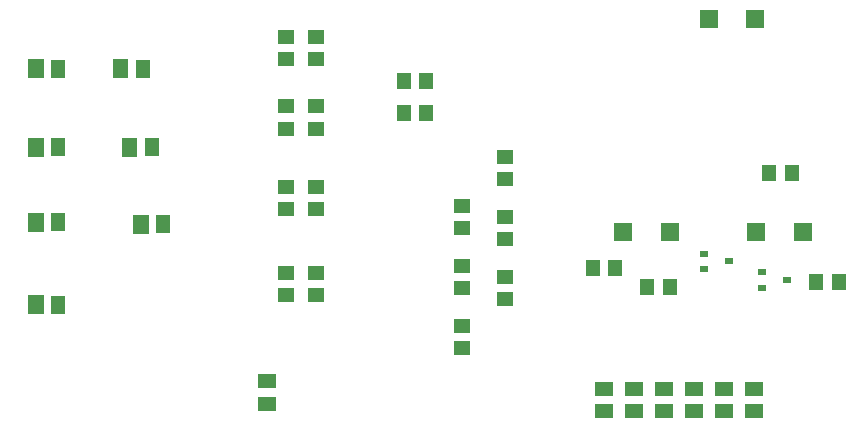
<source format=gbr>
%FSLAX34Y34*%
%MOMM*%
%LNSMDMASK_BOTTOM*%
G71*
G01*
%ADD10R, 1.600X1.600*%
%ADD11R, 0.800X0.600*%
%ADD12R, 1.400X1.300*%
%ADD13R, 1.600X1.300*%
%ADD14R, 1.300X1.600*%
%ADD15R, 1.300X1.400*%
%LPD*%
X591899Y-85203D02*
G54D10*
D03*
X631599Y-85203D02*
G54D10*
D03*
X588334Y-283612D02*
G54D11*
D03*
X588333Y-296612D02*
G54D11*
D03*
X609333Y-290111D02*
G54D11*
D03*
X259568Y-119091D02*
G54D12*
D03*
X259568Y-100091D02*
G54D12*
D03*
X217817Y-410615D02*
G54D13*
D03*
X217816Y-391615D02*
G54D13*
D03*
X234168Y-119091D02*
G54D12*
D03*
X234168Y-100091D02*
G54D12*
D03*
X259568Y-177829D02*
G54D12*
D03*
X259568Y-158829D02*
G54D12*
D03*
X234168Y-177829D02*
G54D12*
D03*
X234168Y-158829D02*
G54D12*
D03*
X259568Y-246091D02*
G54D12*
D03*
X259568Y-227091D02*
G54D12*
D03*
X234168Y-246091D02*
G54D12*
D03*
X234168Y-227091D02*
G54D12*
D03*
X259568Y-319116D02*
G54D12*
D03*
X259568Y-300116D02*
G54D12*
D03*
X234168Y-319116D02*
G54D12*
D03*
X234168Y-300116D02*
G54D12*
D03*
G36*
X87404Y-119048D02*
X100404Y-119048D01*
X100404Y-135048D01*
X87404Y-135048D01*
X87404Y-119048D01*
G37*
X112904Y-127048D02*
G54D14*
D03*
G36*
X15966Y-119048D02*
X28966Y-119048D01*
X28966Y-135048D01*
X15966Y-135048D01*
X15966Y-119048D01*
G37*
X41466Y-127048D02*
G54D14*
D03*
G36*
X95341Y-185723D02*
X108341Y-185723D01*
X108341Y-201723D01*
X95341Y-201723D01*
X95341Y-185723D01*
G37*
X120841Y-193723D02*
G54D14*
D03*
G36*
X15966Y-185723D02*
X28966Y-185723D01*
X28966Y-201723D01*
X15966Y-201723D01*
X15966Y-185723D01*
G37*
X41466Y-193723D02*
G54D14*
D03*
G36*
X15966Y-249223D02*
X28966Y-249223D01*
X28966Y-265223D01*
X15966Y-265223D01*
X15966Y-249223D01*
G37*
X41466Y-257223D02*
G54D14*
D03*
G36*
X104866Y-250810D02*
X117866Y-250810D01*
X117866Y-266810D01*
X104866Y-266810D01*
X104866Y-250810D01*
G37*
X130366Y-258810D02*
G54D14*
D03*
G36*
X15966Y-319073D02*
X28966Y-319073D01*
X28966Y-335073D01*
X15966Y-335073D01*
X15966Y-319073D01*
G37*
X41466Y-327073D02*
G54D14*
D03*
X333694Y-137546D02*
G54D15*
D03*
X352694Y-137546D02*
G54D15*
D03*
X333694Y-164534D02*
G54D15*
D03*
X352694Y-164534D02*
G54D15*
D03*
X383393Y-261966D02*
G54D12*
D03*
X383393Y-242966D02*
G54D12*
D03*
X383393Y-312766D02*
G54D12*
D03*
X383393Y-293766D02*
G54D12*
D03*
X383393Y-363566D02*
G54D12*
D03*
X383393Y-344566D02*
G54D12*
D03*
X419906Y-220691D02*
G54D12*
D03*
X419906Y-201691D02*
G54D12*
D03*
X419906Y-271491D02*
G54D12*
D03*
X419906Y-252491D02*
G54D12*
D03*
X419906Y-322291D02*
G54D12*
D03*
X419906Y-303291D02*
G54D12*
D03*
X519668Y-264988D02*
G54D10*
D03*
X559368Y-264988D02*
G54D10*
D03*
X494032Y-296296D02*
G54D15*
D03*
X513032Y-296296D02*
G54D15*
D03*
X540069Y-312171D02*
G54D15*
D03*
X559069Y-312171D02*
G54D15*
D03*
X632380Y-264988D02*
G54D10*
D03*
X672080Y-264988D02*
G54D10*
D03*
X637546Y-299487D02*
G54D11*
D03*
X637546Y-312486D02*
G54D11*
D03*
X658546Y-305986D02*
G54D11*
D03*
X630280Y-398026D02*
G54D13*
D03*
X630280Y-417026D02*
G54D13*
D03*
X604880Y-398026D02*
G54D13*
D03*
X604880Y-417026D02*
G54D13*
D03*
X579480Y-398026D02*
G54D13*
D03*
X579480Y-417026D02*
G54D13*
D03*
X554080Y-398026D02*
G54D13*
D03*
X554080Y-417026D02*
G54D13*
D03*
X528680Y-398026D02*
G54D13*
D03*
X528680Y-417026D02*
G54D13*
D03*
X503280Y-398026D02*
G54D13*
D03*
X503280Y-417026D02*
G54D13*
D03*
X682944Y-307409D02*
G54D15*
D03*
X701944Y-307409D02*
G54D15*
D03*
X643257Y-215334D02*
G54D15*
D03*
X662257Y-215334D02*
G54D15*
D03*
M02*

</source>
